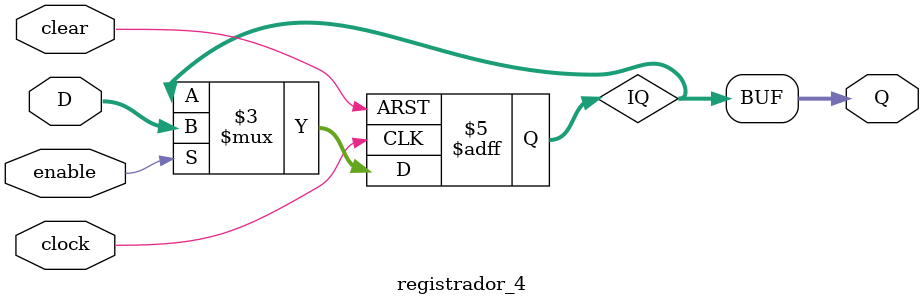
<source format=v>
module registrador_4 (
    input        clock,
    input        clear,
    input        enable,
    input  [3:0] D,
    output [3:0] Q
);

    reg [3:0] IQ;
    initial IQ = 0;

    always @(posedge clock or posedge clear) begin
        if (clear)
            IQ <= 0;
        else if (enable)
            IQ <= D;
    end

    assign Q = IQ;

endmodule
</source>
